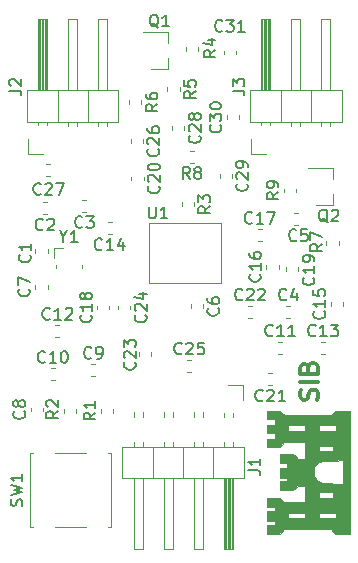
<source format=gbr>
G04 #@! TF.GenerationSoftware,KiCad,Pcbnew,5.1.5-52549c5~84~ubuntu18.04.1*
G04 #@! TF.CreationDate,2020-01-29T15:34:55-06:00*
G04 #@! TF.ProjectId,aducm_board,61647563-6d5f-4626-9f61-72642e6b6963,rev?*
G04 #@! TF.SameCoordinates,Original*
G04 #@! TF.FileFunction,Legend,Top*
G04 #@! TF.FilePolarity,Positive*
%FSLAX46Y46*%
G04 Gerber Fmt 4.6, Leading zero omitted, Abs format (unit mm)*
G04 Created by KiCad (PCBNEW 5.1.5-52549c5~84~ubuntu18.04.1) date 2020-01-29 15:34:55*
%MOMM*%
%LPD*%
G04 APERTURE LIST*
%ADD10C,0.300000*%
%ADD11C,0.010000*%
%ADD12C,0.120000*%
%ADD13C,0.150000*%
G04 APERTURE END LIST*
D10*
X149197142Y-120915714D02*
X149268571Y-120701428D01*
X149268571Y-120344285D01*
X149197142Y-120201428D01*
X149125714Y-120130000D01*
X148982857Y-120058571D01*
X148840000Y-120058571D01*
X148697142Y-120130000D01*
X148625714Y-120201428D01*
X148554285Y-120344285D01*
X148482857Y-120630000D01*
X148411428Y-120772857D01*
X148340000Y-120844285D01*
X148197142Y-120915714D01*
X148054285Y-120915714D01*
X147911428Y-120844285D01*
X147840000Y-120772857D01*
X147768571Y-120630000D01*
X147768571Y-120272857D01*
X147840000Y-120058571D01*
X149268571Y-119415714D02*
X147768571Y-119415714D01*
X148482857Y-118201428D02*
X148554285Y-117987142D01*
X148625714Y-117915714D01*
X148768571Y-117844285D01*
X148982857Y-117844285D01*
X149125714Y-117915714D01*
X149197142Y-117987142D01*
X149268571Y-118130000D01*
X149268571Y-118701428D01*
X147768571Y-118701428D01*
X147768571Y-118201428D01*
X147840000Y-118058571D01*
X147911428Y-117987142D01*
X148054285Y-117915714D01*
X148197142Y-117915714D01*
X148340000Y-117987142D01*
X148411428Y-118058571D01*
X148482857Y-118201428D01*
X148482857Y-118701428D01*
D11*
G36*
X145650857Y-131499429D02*
G01*
X145650857Y-131172857D01*
X144997714Y-131172857D01*
X144997714Y-130374572D01*
X145650857Y-130374572D01*
X145650857Y-130011715D01*
X144997714Y-130011715D01*
X144997714Y-129249715D01*
X146070871Y-129249715D01*
X146249571Y-129431143D01*
X146428272Y-129612572D01*
X148154571Y-129612572D01*
X148154571Y-128233714D01*
X147601997Y-128233714D01*
X147183145Y-128596572D01*
X146086285Y-128596572D01*
X146086285Y-127834572D01*
X146703143Y-127834572D01*
X146703143Y-127508000D01*
X146086285Y-127508000D01*
X146086285Y-126673429D01*
X146703143Y-126673429D01*
X146703143Y-126310572D01*
X146086285Y-126310572D01*
X146086285Y-125476000D01*
X147205006Y-125476000D01*
X147412077Y-125711857D01*
X147619148Y-125947715D01*
X148154571Y-125947715D01*
X148154571Y-124532572D01*
X146739428Y-124532572D01*
X146739428Y-123552857D01*
X148227142Y-123552857D01*
X148227142Y-123081143D01*
X146739428Y-123081143D01*
X146739428Y-123552857D01*
X146739428Y-124532572D01*
X146421672Y-124532572D01*
X146251173Y-124732143D01*
X146080674Y-124931715D01*
X144997714Y-124931715D01*
X144997714Y-124206000D01*
X145650857Y-124206000D01*
X145650857Y-123770572D01*
X144997714Y-123770572D01*
X144997714Y-123044857D01*
X145650857Y-123044857D01*
X145650857Y-122573143D01*
X144997714Y-122573143D01*
X144997714Y-121883715D01*
X146058288Y-121883715D01*
X146267714Y-122065143D01*
X146477140Y-122246572D01*
X150423203Y-122246572D01*
X150582452Y-122047000D01*
X150741701Y-121847429D01*
X151964571Y-121847429D01*
X151964571Y-132297715D01*
X151420285Y-132297715D01*
X151420285Y-128019728D01*
X151420285Y-126051824D01*
X150558500Y-126063269D01*
X149696714Y-126074715D01*
X149421730Y-126206039D01*
X149388285Y-126223036D01*
X149388285Y-125294572D01*
X150549428Y-125294572D01*
X150549428Y-124822857D01*
X149388285Y-124822857D01*
X149388285Y-123552857D01*
X150839714Y-123552857D01*
X150839714Y-123081143D01*
X149388285Y-123081143D01*
X149388285Y-123552857D01*
X149388285Y-124822857D01*
X149388285Y-125294572D01*
X149388285Y-126223036D01*
X149276049Y-126280076D01*
X149178038Y-126344802D01*
X149107516Y-126416649D01*
X149044299Y-126512047D01*
X149042878Y-126514467D01*
X148985487Y-126626132D01*
X148950496Y-126737774D01*
X148930855Y-126877255D01*
X148923489Y-126986198D01*
X148917874Y-127139794D01*
X148923392Y-127245542D01*
X148944241Y-127327836D01*
X148984622Y-127411068D01*
X149001774Y-127440893D01*
X149126690Y-127620053D01*
X149274108Y-127757255D01*
X149466653Y-127872552D01*
X149515285Y-127896020D01*
X149586251Y-127928442D01*
X149649908Y-127953261D01*
X149717215Y-127971639D01*
X149799132Y-127984742D01*
X149906616Y-127993735D01*
X150050626Y-127999780D01*
X150242121Y-128004044D01*
X150492060Y-128007690D01*
X150576642Y-128008793D01*
X151420285Y-128019728D01*
X151420285Y-132297715D01*
X150772126Y-132297715D01*
X150582764Y-132080000D01*
X150393402Y-131862286D01*
X149388285Y-131862286D01*
X149388285Y-130955143D01*
X150839714Y-130955143D01*
X150839714Y-130483429D01*
X149388285Y-130483429D01*
X149388285Y-129213429D01*
X150549428Y-129213429D01*
X150549428Y-128741714D01*
X149388285Y-128741714D01*
X149388285Y-129213429D01*
X149388285Y-130483429D01*
X149388285Y-130955143D01*
X149388285Y-131862286D01*
X146739428Y-131862286D01*
X146739428Y-130955143D01*
X148227142Y-130955143D01*
X148227142Y-130483429D01*
X146739428Y-130483429D01*
X146739428Y-130955143D01*
X146739428Y-131862286D01*
X146456323Y-131862286D01*
X146079105Y-132297714D01*
X145538409Y-132297714D01*
X144997714Y-132297715D01*
X144997714Y-131499429D01*
X145650857Y-131499429D01*
G37*
X145650857Y-131499429D02*
X145650857Y-131172857D01*
X144997714Y-131172857D01*
X144997714Y-130374572D01*
X145650857Y-130374572D01*
X145650857Y-130011715D01*
X144997714Y-130011715D01*
X144997714Y-129249715D01*
X146070871Y-129249715D01*
X146249571Y-129431143D01*
X146428272Y-129612572D01*
X148154571Y-129612572D01*
X148154571Y-128233714D01*
X147601997Y-128233714D01*
X147183145Y-128596572D01*
X146086285Y-128596572D01*
X146086285Y-127834572D01*
X146703143Y-127834572D01*
X146703143Y-127508000D01*
X146086285Y-127508000D01*
X146086285Y-126673429D01*
X146703143Y-126673429D01*
X146703143Y-126310572D01*
X146086285Y-126310572D01*
X146086285Y-125476000D01*
X147205006Y-125476000D01*
X147412077Y-125711857D01*
X147619148Y-125947715D01*
X148154571Y-125947715D01*
X148154571Y-124532572D01*
X146739428Y-124532572D01*
X146739428Y-123552857D01*
X148227142Y-123552857D01*
X148227142Y-123081143D01*
X146739428Y-123081143D01*
X146739428Y-123552857D01*
X146739428Y-124532572D01*
X146421672Y-124532572D01*
X146251173Y-124732143D01*
X146080674Y-124931715D01*
X144997714Y-124931715D01*
X144997714Y-124206000D01*
X145650857Y-124206000D01*
X145650857Y-123770572D01*
X144997714Y-123770572D01*
X144997714Y-123044857D01*
X145650857Y-123044857D01*
X145650857Y-122573143D01*
X144997714Y-122573143D01*
X144997714Y-121883715D01*
X146058288Y-121883715D01*
X146267714Y-122065143D01*
X146477140Y-122246572D01*
X150423203Y-122246572D01*
X150582452Y-122047000D01*
X150741701Y-121847429D01*
X151964571Y-121847429D01*
X151964571Y-132297715D01*
X151420285Y-132297715D01*
X151420285Y-128019728D01*
X151420285Y-126051824D01*
X150558500Y-126063269D01*
X149696714Y-126074715D01*
X149421730Y-126206039D01*
X149388285Y-126223036D01*
X149388285Y-125294572D01*
X150549428Y-125294572D01*
X150549428Y-124822857D01*
X149388285Y-124822857D01*
X149388285Y-123552857D01*
X150839714Y-123552857D01*
X150839714Y-123081143D01*
X149388285Y-123081143D01*
X149388285Y-123552857D01*
X149388285Y-124822857D01*
X149388285Y-125294572D01*
X149388285Y-126223036D01*
X149276049Y-126280076D01*
X149178038Y-126344802D01*
X149107516Y-126416649D01*
X149044299Y-126512047D01*
X149042878Y-126514467D01*
X148985487Y-126626132D01*
X148950496Y-126737774D01*
X148930855Y-126877255D01*
X148923489Y-126986198D01*
X148917874Y-127139794D01*
X148923392Y-127245542D01*
X148944241Y-127327836D01*
X148984622Y-127411068D01*
X149001774Y-127440893D01*
X149126690Y-127620053D01*
X149274108Y-127757255D01*
X149466653Y-127872552D01*
X149515285Y-127896020D01*
X149586251Y-127928442D01*
X149649908Y-127953261D01*
X149717215Y-127971639D01*
X149799132Y-127984742D01*
X149906616Y-127993735D01*
X150050626Y-127999780D01*
X150242121Y-128004044D01*
X150492060Y-128007690D01*
X150576642Y-128008793D01*
X151420285Y-128019728D01*
X151420285Y-132297715D01*
X150772126Y-132297715D01*
X150582764Y-132080000D01*
X150393402Y-131862286D01*
X149388285Y-131862286D01*
X149388285Y-130955143D01*
X150839714Y-130955143D01*
X150839714Y-130483429D01*
X149388285Y-130483429D01*
X149388285Y-129213429D01*
X150549428Y-129213429D01*
X150549428Y-128741714D01*
X149388285Y-128741714D01*
X149388285Y-129213429D01*
X149388285Y-130483429D01*
X149388285Y-130955143D01*
X149388285Y-131862286D01*
X146739428Y-131862286D01*
X146739428Y-130955143D01*
X148227142Y-130955143D01*
X148227142Y-130483429D01*
X146739428Y-130483429D01*
X146739428Y-130955143D01*
X146739428Y-131862286D01*
X146456323Y-131862286D01*
X146079105Y-132297714D01*
X145538409Y-132297714D01*
X144997714Y-132297715D01*
X144997714Y-131499429D01*
X145650857Y-131499429D01*
D12*
X127719200Y-108086400D02*
X126929200Y-108086400D01*
X129329200Y-109516400D02*
X129329200Y-109736400D01*
X127109200Y-109516400D02*
X127109200Y-109736400D01*
X126929200Y-108876400D02*
X126929200Y-108086400D01*
X135026400Y-110998000D02*
X135026400Y-105918000D01*
X141122400Y-110998000D02*
X135026400Y-110998000D01*
X141122400Y-105918000D02*
X141122400Y-110998000D01*
X135026400Y-105918000D02*
X141122400Y-105918000D01*
X127020800Y-125424800D02*
X129620800Y-125424800D01*
X131770800Y-131724800D02*
X131520800Y-131724800D01*
X131770800Y-125424800D02*
X131770800Y-131724800D01*
X131520800Y-125424800D02*
X131770800Y-125424800D01*
X129620800Y-131724800D02*
X127020800Y-131724800D01*
X124870800Y-125424800D02*
X125120800Y-125424800D01*
X124870800Y-131724800D02*
X124870800Y-125424800D01*
X125120800Y-131724800D02*
X124870800Y-131724800D01*
X147423600Y-103362879D02*
X147423600Y-103037321D01*
X146403600Y-103362879D02*
X146403600Y-103037321D01*
X138770479Y-99820000D02*
X138444921Y-99820000D01*
X138770479Y-100840000D02*
X138444921Y-100840000D01*
X150010400Y-107457121D02*
X150010400Y-107782679D01*
X151030400Y-107457121D02*
X151030400Y-107782679D01*
X133297200Y-95544421D02*
X133297200Y-95869979D01*
X134317200Y-95544421D02*
X134317200Y-95869979D01*
X136548400Y-94452121D02*
X136548400Y-94777679D01*
X137568400Y-94452121D02*
X137568400Y-94777679D01*
X138123200Y-91074021D02*
X138123200Y-91399579D01*
X139143200Y-91074021D02*
X139143200Y-91399579D01*
X137767600Y-104205721D02*
X137767600Y-104531279D01*
X138787600Y-104205721D02*
X138787600Y-104531279D01*
X128830800Y-122006679D02*
X128830800Y-121681121D01*
X127810800Y-122006679D02*
X127810800Y-121681121D01*
X131929600Y-122006679D02*
X131929600Y-121681121D01*
X130909600Y-122006679D02*
X130909600Y-121681121D01*
X150569200Y-104450000D02*
X149109200Y-104450000D01*
X150569200Y-101290000D02*
X148409200Y-101290000D01*
X150569200Y-101290000D02*
X150569200Y-102220000D01*
X150569200Y-104450000D02*
X150569200Y-103520000D01*
X136634000Y-92933600D02*
X135174000Y-92933600D01*
X136634000Y-89773600D02*
X134474000Y-89773600D01*
X136634000Y-89773600D02*
X136634000Y-90703600D01*
X136634000Y-92933600D02*
X136634000Y-92003600D01*
X143611600Y-100076000D02*
X143611600Y-98806000D01*
X144881600Y-100076000D02*
X143611600Y-100076000D01*
X150341600Y-97763071D02*
X150341600Y-97366000D01*
X149581600Y-97763071D02*
X149581600Y-97366000D01*
X150341600Y-88706000D02*
X150341600Y-94706000D01*
X149581600Y-88706000D02*
X150341600Y-88706000D01*
X149581600Y-94706000D02*
X149581600Y-88706000D01*
X148691600Y-97366000D02*
X148691600Y-94706000D01*
X147801600Y-97763071D02*
X147801600Y-97366000D01*
X147041600Y-97763071D02*
X147041600Y-97366000D01*
X147801600Y-88706000D02*
X147801600Y-94706000D01*
X147041600Y-88706000D02*
X147801600Y-88706000D01*
X147041600Y-94706000D02*
X147041600Y-88706000D01*
X146151600Y-97366000D02*
X146151600Y-94706000D01*
X145261600Y-97696000D02*
X145261600Y-97366000D01*
X144501600Y-97696000D02*
X144501600Y-97366000D01*
X145161600Y-94706000D02*
X145161600Y-88706000D01*
X145041600Y-94706000D02*
X145041600Y-88706000D01*
X144921600Y-94706000D02*
X144921600Y-88706000D01*
X144801600Y-94706000D02*
X144801600Y-88706000D01*
X144681600Y-94706000D02*
X144681600Y-88706000D01*
X144561600Y-94706000D02*
X144561600Y-88706000D01*
X145261600Y-88706000D02*
X145261600Y-94706000D01*
X144501600Y-88706000D02*
X145261600Y-88706000D01*
X144501600Y-94706000D02*
X144501600Y-88706000D01*
X143551600Y-94706000D02*
X143551600Y-97366000D01*
X151291600Y-94706000D02*
X143551600Y-94706000D01*
X151291600Y-97366000D02*
X151291600Y-94706000D01*
X143551600Y-97366000D02*
X151291600Y-97366000D01*
X124714000Y-100076000D02*
X124714000Y-98806000D01*
X125984000Y-100076000D02*
X124714000Y-100076000D01*
X131444000Y-97763071D02*
X131444000Y-97366000D01*
X130684000Y-97763071D02*
X130684000Y-97366000D01*
X131444000Y-88706000D02*
X131444000Y-94706000D01*
X130684000Y-88706000D02*
X131444000Y-88706000D01*
X130684000Y-94706000D02*
X130684000Y-88706000D01*
X129794000Y-97366000D02*
X129794000Y-94706000D01*
X128904000Y-97763071D02*
X128904000Y-97366000D01*
X128144000Y-97763071D02*
X128144000Y-97366000D01*
X128904000Y-88706000D02*
X128904000Y-94706000D01*
X128144000Y-88706000D02*
X128904000Y-88706000D01*
X128144000Y-94706000D02*
X128144000Y-88706000D01*
X127254000Y-97366000D02*
X127254000Y-94706000D01*
X126364000Y-97696000D02*
X126364000Y-97366000D01*
X125604000Y-97696000D02*
X125604000Y-97366000D01*
X126264000Y-94706000D02*
X126264000Y-88706000D01*
X126144000Y-94706000D02*
X126144000Y-88706000D01*
X126024000Y-94706000D02*
X126024000Y-88706000D01*
X125904000Y-94706000D02*
X125904000Y-88706000D01*
X125784000Y-94706000D02*
X125784000Y-88706000D01*
X125664000Y-94706000D02*
X125664000Y-88706000D01*
X126364000Y-88706000D02*
X126364000Y-94706000D01*
X125604000Y-88706000D02*
X126364000Y-88706000D01*
X125604000Y-94706000D02*
X125604000Y-88706000D01*
X124654000Y-94706000D02*
X124654000Y-97366000D01*
X132394000Y-94706000D02*
X124654000Y-94706000D01*
X132394000Y-97366000D02*
X132394000Y-94706000D01*
X124654000Y-97366000D02*
X132394000Y-97366000D01*
X142951200Y-119634000D02*
X142951200Y-120904000D01*
X141681200Y-119634000D02*
X142951200Y-119634000D01*
X133681200Y-121946929D02*
X133681200Y-122401071D01*
X134441200Y-121946929D02*
X134441200Y-122401071D01*
X133681200Y-124486929D02*
X133681200Y-124884000D01*
X134441200Y-124486929D02*
X134441200Y-124884000D01*
X133681200Y-133544000D02*
X133681200Y-127544000D01*
X134441200Y-133544000D02*
X133681200Y-133544000D01*
X134441200Y-127544000D02*
X134441200Y-133544000D01*
X135331200Y-124884000D02*
X135331200Y-127544000D01*
X136221200Y-121946929D02*
X136221200Y-122401071D01*
X136981200Y-121946929D02*
X136981200Y-122401071D01*
X136221200Y-124486929D02*
X136221200Y-124884000D01*
X136981200Y-124486929D02*
X136981200Y-124884000D01*
X136221200Y-133544000D02*
X136221200Y-127544000D01*
X136981200Y-133544000D02*
X136221200Y-133544000D01*
X136981200Y-127544000D02*
X136981200Y-133544000D01*
X137871200Y-124884000D02*
X137871200Y-127544000D01*
X138761200Y-121946929D02*
X138761200Y-122401071D01*
X139521200Y-121946929D02*
X139521200Y-122401071D01*
X138761200Y-124486929D02*
X138761200Y-124884000D01*
X139521200Y-124486929D02*
X139521200Y-124884000D01*
X138761200Y-133544000D02*
X138761200Y-127544000D01*
X139521200Y-133544000D02*
X138761200Y-133544000D01*
X139521200Y-127544000D02*
X139521200Y-133544000D01*
X140411200Y-124884000D02*
X140411200Y-127544000D01*
X141301200Y-122014000D02*
X141301200Y-122401071D01*
X142061200Y-122014000D02*
X142061200Y-122401071D01*
X141301200Y-124486929D02*
X141301200Y-124884000D01*
X142061200Y-124486929D02*
X142061200Y-124884000D01*
X141401200Y-127544000D02*
X141401200Y-133544000D01*
X141521200Y-127544000D02*
X141521200Y-133544000D01*
X141641200Y-127544000D02*
X141641200Y-133544000D01*
X141761200Y-127544000D02*
X141761200Y-133544000D01*
X141881200Y-127544000D02*
X141881200Y-133544000D01*
X142001200Y-127544000D02*
X142001200Y-133544000D01*
X141301200Y-133544000D02*
X141301200Y-127544000D01*
X142061200Y-133544000D02*
X141301200Y-133544000D01*
X142061200Y-127544000D02*
X142061200Y-133544000D01*
X143011200Y-127544000D02*
X143011200Y-124884000D01*
X132731200Y-127544000D02*
X143011200Y-127544000D01*
X132731200Y-124884000D02*
X132731200Y-127544000D01*
X143011200Y-124884000D02*
X132731200Y-124884000D01*
X141323600Y-91353321D02*
X141323600Y-91678879D01*
X142343600Y-91353321D02*
X142343600Y-91678879D01*
X142597600Y-97165279D02*
X142597600Y-96839721D01*
X141577600Y-97165279D02*
X141577600Y-96839721D01*
X140968000Y-101818121D02*
X140968000Y-102143679D01*
X141988000Y-101818121D02*
X141988000Y-102143679D01*
X136954800Y-97754321D02*
X136954800Y-98079879D01*
X137974800Y-97754321D02*
X137974800Y-98079879D01*
X126303721Y-102008400D02*
X126629279Y-102008400D01*
X126303721Y-100988400D02*
X126629279Y-100988400D01*
X133449600Y-98871921D02*
X133449600Y-99197479D01*
X134469600Y-98871921D02*
X134469600Y-99197479D01*
X138241921Y-118569200D02*
X138567479Y-118569200D01*
X138241921Y-117549200D02*
X138567479Y-117549200D01*
X132382800Y-112943321D02*
X132382800Y-113268879D01*
X133402800Y-112943321D02*
X133402800Y-113268879D01*
X134110000Y-116905921D02*
X134110000Y-117231479D01*
X135130000Y-116905921D02*
X135130000Y-117231479D01*
X143372521Y-113997200D02*
X143698079Y-113997200D01*
X143372521Y-112977200D02*
X143698079Y-112977200D01*
X145425479Y-118666800D02*
X145099921Y-118666800D01*
X145425479Y-119686800D02*
X145099921Y-119686800D01*
X133500400Y-102021321D02*
X133500400Y-102346879D01*
X134520400Y-102021321D02*
X134520400Y-102346879D01*
X147576000Y-110017679D02*
X147576000Y-109692121D01*
X146556000Y-110017679D02*
X146556000Y-109692121D01*
X131624800Y-113269079D02*
X131624800Y-112943521D01*
X130604800Y-113269079D02*
X130604800Y-112943521D01*
X144185321Y-107494800D02*
X144510879Y-107494800D01*
X144185321Y-106474800D02*
X144510879Y-106474800D01*
X145950400Y-109814679D02*
X145950400Y-109489121D01*
X144930400Y-109814679D02*
X144930400Y-109489121D01*
X151386000Y-112964279D02*
X151386000Y-112638721D01*
X150366000Y-112964279D02*
X150366000Y-112638721D01*
X131811079Y-105865200D02*
X131485521Y-105865200D01*
X131811079Y-106885200D02*
X131485521Y-106885200D01*
X149570121Y-117045200D02*
X149895679Y-117045200D01*
X149570121Y-116025200D02*
X149895679Y-116025200D01*
X127065721Y-115622800D02*
X127391279Y-115622800D01*
X127065721Y-114602800D02*
X127391279Y-114602800D01*
X145938021Y-117045200D02*
X146263579Y-117045200D01*
X145938021Y-116025200D02*
X146263579Y-116025200D01*
X126659321Y-119280400D02*
X126984879Y-119280400D01*
X126659321Y-118260400D02*
X126984879Y-118260400D01*
X130113721Y-118924800D02*
X130439279Y-118924800D01*
X130113721Y-117904800D02*
X130439279Y-117904800D01*
X125986000Y-121905079D02*
X125986000Y-121579521D01*
X124966000Y-121905079D02*
X124966000Y-121579521D01*
X126392400Y-111541879D02*
X126392400Y-111216321D01*
X125372400Y-111541879D02*
X125372400Y-111216321D01*
X138529600Y-112841921D02*
X138529600Y-113167479D01*
X139549600Y-112841921D02*
X139549600Y-113167479D01*
X147284121Y-106123200D02*
X147609679Y-106123200D01*
X147284121Y-105103200D02*
X147609679Y-105103200D01*
X146623721Y-113997200D02*
X146949279Y-113997200D01*
X146623721Y-112977200D02*
X146949279Y-112977200D01*
X129677279Y-103985600D02*
X129351721Y-103985600D01*
X129677279Y-105005600D02*
X129351721Y-105005600D01*
X126324479Y-104188800D02*
X125998921Y-104188800D01*
X126324479Y-105208800D02*
X125998921Y-105208800D01*
X125372400Y-108168321D02*
X125372400Y-108493879D01*
X126392400Y-108168321D02*
X126392400Y-108493879D01*
D13*
X127743009Y-107102590D02*
X127743009Y-107578780D01*
X127409676Y-106578780D02*
X127743009Y-107102590D01*
X128076342Y-106578780D01*
X128933485Y-107578780D02*
X128362057Y-107578780D01*
X128647771Y-107578780D02*
X128647771Y-106578780D01*
X128552533Y-106721638D01*
X128457295Y-106816876D01*
X128362057Y-106864495D01*
X134975695Y-104557580D02*
X134975695Y-105367104D01*
X135023314Y-105462342D01*
X135070933Y-105509961D01*
X135166171Y-105557580D01*
X135356647Y-105557580D01*
X135451885Y-105509961D01*
X135499504Y-105462342D01*
X135547123Y-105367104D01*
X135547123Y-104557580D01*
X136547123Y-105557580D02*
X135975695Y-105557580D01*
X136261409Y-105557580D02*
X136261409Y-104557580D01*
X136166171Y-104700438D01*
X136070933Y-104795676D01*
X135975695Y-104843295D01*
X124225561Y-129908133D02*
X124273180Y-129765276D01*
X124273180Y-129527180D01*
X124225561Y-129431942D01*
X124177942Y-129384323D01*
X124082704Y-129336704D01*
X123987466Y-129336704D01*
X123892228Y-129384323D01*
X123844609Y-129431942D01*
X123796990Y-129527180D01*
X123749371Y-129717657D01*
X123701752Y-129812895D01*
X123654133Y-129860514D01*
X123558895Y-129908133D01*
X123463657Y-129908133D01*
X123368419Y-129860514D01*
X123320800Y-129812895D01*
X123273180Y-129717657D01*
X123273180Y-129479561D01*
X123320800Y-129336704D01*
X123273180Y-129003371D02*
X124273180Y-128765276D01*
X123558895Y-128574800D01*
X124273180Y-128384323D01*
X123273180Y-128146228D01*
X124273180Y-127241466D02*
X124273180Y-127812895D01*
X124273180Y-127527180D02*
X123273180Y-127527180D01*
X123416038Y-127622419D01*
X123511276Y-127717657D01*
X123558895Y-127812895D01*
X145935980Y-103366766D02*
X145459790Y-103700100D01*
X145935980Y-103938195D02*
X144935980Y-103938195D01*
X144935980Y-103557242D01*
X144983600Y-103462004D01*
X145031219Y-103414385D01*
X145126457Y-103366766D01*
X145269314Y-103366766D01*
X145364552Y-103414385D01*
X145412171Y-103462004D01*
X145459790Y-103557242D01*
X145459790Y-103938195D01*
X145935980Y-102890576D02*
X145935980Y-102700100D01*
X145888361Y-102604861D01*
X145840742Y-102557242D01*
X145697885Y-102462004D01*
X145507409Y-102414385D01*
X145126457Y-102414385D01*
X145031219Y-102462004D01*
X144983600Y-102509623D01*
X144935980Y-102604861D01*
X144935980Y-102795338D01*
X144983600Y-102890576D01*
X145031219Y-102938195D01*
X145126457Y-102985814D01*
X145364552Y-102985814D01*
X145459790Y-102938195D01*
X145507409Y-102890576D01*
X145555028Y-102795338D01*
X145555028Y-102604861D01*
X145507409Y-102509623D01*
X145459790Y-102462004D01*
X145364552Y-102414385D01*
X138441033Y-102212380D02*
X138107700Y-101736190D01*
X137869604Y-102212380D02*
X137869604Y-101212380D01*
X138250557Y-101212380D01*
X138345795Y-101260000D01*
X138393414Y-101307619D01*
X138441033Y-101402857D01*
X138441033Y-101545714D01*
X138393414Y-101640952D01*
X138345795Y-101688571D01*
X138250557Y-101736190D01*
X137869604Y-101736190D01*
X139012461Y-101640952D02*
X138917223Y-101593333D01*
X138869604Y-101545714D01*
X138821985Y-101450476D01*
X138821985Y-101402857D01*
X138869604Y-101307619D01*
X138917223Y-101260000D01*
X139012461Y-101212380D01*
X139202938Y-101212380D01*
X139298176Y-101260000D01*
X139345795Y-101307619D01*
X139393414Y-101402857D01*
X139393414Y-101450476D01*
X139345795Y-101545714D01*
X139298176Y-101593333D01*
X139202938Y-101640952D01*
X139012461Y-101640952D01*
X138917223Y-101688571D01*
X138869604Y-101736190D01*
X138821985Y-101831428D01*
X138821985Y-102021904D01*
X138869604Y-102117142D01*
X138917223Y-102164761D01*
X139012461Y-102212380D01*
X139202938Y-102212380D01*
X139298176Y-102164761D01*
X139345795Y-102117142D01*
X139393414Y-102021904D01*
X139393414Y-101831428D01*
X139345795Y-101736190D01*
X139298176Y-101688571D01*
X139202938Y-101640952D01*
X149651980Y-107710266D02*
X149175790Y-108043600D01*
X149651980Y-108281695D02*
X148651980Y-108281695D01*
X148651980Y-107900742D01*
X148699600Y-107805504D01*
X148747219Y-107757885D01*
X148842457Y-107710266D01*
X148985314Y-107710266D01*
X149080552Y-107757885D01*
X149128171Y-107805504D01*
X149175790Y-107900742D01*
X149175790Y-108281695D01*
X148651980Y-107376933D02*
X148651980Y-106710266D01*
X149651980Y-107138838D01*
X135689580Y-95873866D02*
X135213390Y-96207200D01*
X135689580Y-96445295D02*
X134689580Y-96445295D01*
X134689580Y-96064342D01*
X134737200Y-95969104D01*
X134784819Y-95921485D01*
X134880057Y-95873866D01*
X135022914Y-95873866D01*
X135118152Y-95921485D01*
X135165771Y-95969104D01*
X135213390Y-96064342D01*
X135213390Y-96445295D01*
X134689580Y-95016723D02*
X134689580Y-95207200D01*
X134737200Y-95302438D01*
X134784819Y-95350057D01*
X134927676Y-95445295D01*
X135118152Y-95492914D01*
X135499104Y-95492914D01*
X135594342Y-95445295D01*
X135641961Y-95397676D01*
X135689580Y-95302438D01*
X135689580Y-95111961D01*
X135641961Y-95016723D01*
X135594342Y-94969104D01*
X135499104Y-94921485D01*
X135261009Y-94921485D01*
X135165771Y-94969104D01*
X135118152Y-95016723D01*
X135070533Y-95111961D01*
X135070533Y-95302438D01*
X135118152Y-95397676D01*
X135165771Y-95445295D01*
X135261009Y-95492914D01*
X138940780Y-94781566D02*
X138464590Y-95114900D01*
X138940780Y-95352995D02*
X137940780Y-95352995D01*
X137940780Y-94972042D01*
X137988400Y-94876804D01*
X138036019Y-94829185D01*
X138131257Y-94781566D01*
X138274114Y-94781566D01*
X138369352Y-94829185D01*
X138416971Y-94876804D01*
X138464590Y-94972042D01*
X138464590Y-95352995D01*
X137940780Y-93876804D02*
X137940780Y-94352995D01*
X138416971Y-94400614D01*
X138369352Y-94352995D01*
X138321733Y-94257757D01*
X138321733Y-94019661D01*
X138369352Y-93924423D01*
X138416971Y-93876804D01*
X138512209Y-93829185D01*
X138750304Y-93829185D01*
X138845542Y-93876804D01*
X138893161Y-93924423D01*
X138940780Y-94019661D01*
X138940780Y-94257757D01*
X138893161Y-94352995D01*
X138845542Y-94400614D01*
X140609580Y-91301866D02*
X140133390Y-91635200D01*
X140609580Y-91873295D02*
X139609580Y-91873295D01*
X139609580Y-91492342D01*
X139657200Y-91397104D01*
X139704819Y-91349485D01*
X139800057Y-91301866D01*
X139942914Y-91301866D01*
X140038152Y-91349485D01*
X140085771Y-91397104D01*
X140133390Y-91492342D01*
X140133390Y-91873295D01*
X139942914Y-90444723D02*
X140609580Y-90444723D01*
X139561961Y-90682819D02*
X140276247Y-90920914D01*
X140276247Y-90301866D01*
X140159980Y-104535166D02*
X139683790Y-104868500D01*
X140159980Y-105106595D02*
X139159980Y-105106595D01*
X139159980Y-104725642D01*
X139207600Y-104630404D01*
X139255219Y-104582785D01*
X139350457Y-104535166D01*
X139493314Y-104535166D01*
X139588552Y-104582785D01*
X139636171Y-104630404D01*
X139683790Y-104725642D01*
X139683790Y-105106595D01*
X139159980Y-104201833D02*
X139159980Y-103582785D01*
X139540933Y-103916119D01*
X139540933Y-103773261D01*
X139588552Y-103678023D01*
X139636171Y-103630404D01*
X139731409Y-103582785D01*
X139969504Y-103582785D01*
X140064742Y-103630404D01*
X140112361Y-103678023D01*
X140159980Y-103773261D01*
X140159980Y-104058976D01*
X140112361Y-104154214D01*
X140064742Y-104201833D01*
X127299980Y-121883666D02*
X126823790Y-122217000D01*
X127299980Y-122455095D02*
X126299980Y-122455095D01*
X126299980Y-122074142D01*
X126347600Y-121978904D01*
X126395219Y-121931285D01*
X126490457Y-121883666D01*
X126633314Y-121883666D01*
X126728552Y-121931285D01*
X126776171Y-121978904D01*
X126823790Y-122074142D01*
X126823790Y-122455095D01*
X126395219Y-121502714D02*
X126347600Y-121455095D01*
X126299980Y-121359857D01*
X126299980Y-121121761D01*
X126347600Y-121026523D01*
X126395219Y-120978904D01*
X126490457Y-120931285D01*
X126585695Y-120931285D01*
X126728552Y-120978904D01*
X127299980Y-121550333D01*
X127299980Y-120931285D01*
X130441980Y-122010566D02*
X129965790Y-122343900D01*
X130441980Y-122581995D02*
X129441980Y-122581995D01*
X129441980Y-122201042D01*
X129489600Y-122105804D01*
X129537219Y-122058185D01*
X129632457Y-122010566D01*
X129775314Y-122010566D01*
X129870552Y-122058185D01*
X129918171Y-122105804D01*
X129965790Y-122201042D01*
X129965790Y-122581995D01*
X130441980Y-121058185D02*
X130441980Y-121629614D01*
X130441980Y-121343900D02*
X129441980Y-121343900D01*
X129584838Y-121439138D01*
X129680076Y-121534376D01*
X129727695Y-121629614D01*
X150120361Y-105906819D02*
X150025123Y-105859200D01*
X149929885Y-105763961D01*
X149787028Y-105621104D01*
X149691790Y-105573485D01*
X149596552Y-105573485D01*
X149644171Y-105811580D02*
X149548933Y-105763961D01*
X149453695Y-105668723D01*
X149406076Y-105478247D01*
X149406076Y-105144914D01*
X149453695Y-104954438D01*
X149548933Y-104859200D01*
X149644171Y-104811580D01*
X149834647Y-104811580D01*
X149929885Y-104859200D01*
X150025123Y-104954438D01*
X150072742Y-105144914D01*
X150072742Y-105478247D01*
X150025123Y-105668723D01*
X149929885Y-105763961D01*
X149834647Y-105811580D01*
X149644171Y-105811580D01*
X150453695Y-104906819D02*
X150501314Y-104859200D01*
X150596552Y-104811580D01*
X150834647Y-104811580D01*
X150929885Y-104859200D01*
X150977504Y-104906819D01*
X151025123Y-105002057D01*
X151025123Y-105097295D01*
X150977504Y-105240152D01*
X150406076Y-105811580D01*
X151025123Y-105811580D01*
X135778761Y-89401219D02*
X135683523Y-89353600D01*
X135588285Y-89258361D01*
X135445428Y-89115504D01*
X135350190Y-89067885D01*
X135254952Y-89067885D01*
X135302571Y-89305980D02*
X135207333Y-89258361D01*
X135112095Y-89163123D01*
X135064476Y-88972647D01*
X135064476Y-88639314D01*
X135112095Y-88448838D01*
X135207333Y-88353600D01*
X135302571Y-88305980D01*
X135493047Y-88305980D01*
X135588285Y-88353600D01*
X135683523Y-88448838D01*
X135731142Y-88639314D01*
X135731142Y-88972647D01*
X135683523Y-89163123D01*
X135588285Y-89258361D01*
X135493047Y-89305980D01*
X135302571Y-89305980D01*
X136683523Y-89305980D02*
X136112095Y-89305980D01*
X136397809Y-89305980D02*
X136397809Y-88305980D01*
X136302571Y-88448838D01*
X136207333Y-88544076D01*
X136112095Y-88591695D01*
X142063980Y-94754333D02*
X142778266Y-94754333D01*
X142921123Y-94801952D01*
X143016361Y-94897190D01*
X143063980Y-95040047D01*
X143063980Y-95135285D01*
X142063980Y-94373380D02*
X142063980Y-93754333D01*
X142444933Y-94087666D01*
X142444933Y-93944809D01*
X142492552Y-93849571D01*
X142540171Y-93801952D01*
X142635409Y-93754333D01*
X142873504Y-93754333D01*
X142968742Y-93801952D01*
X143016361Y-93849571D01*
X143063980Y-93944809D01*
X143063980Y-94230523D01*
X143016361Y-94325761D01*
X142968742Y-94373380D01*
X123166380Y-94754333D02*
X123880666Y-94754333D01*
X124023523Y-94801952D01*
X124118761Y-94897190D01*
X124166380Y-95040047D01*
X124166380Y-95135285D01*
X123261619Y-94325761D02*
X123214000Y-94278142D01*
X123166380Y-94182904D01*
X123166380Y-93944809D01*
X123214000Y-93849571D01*
X123261619Y-93801952D01*
X123356857Y-93754333D01*
X123452095Y-93754333D01*
X123594952Y-93801952D01*
X124166380Y-94373380D01*
X124166380Y-93754333D01*
X143403580Y-126892333D02*
X144117866Y-126892333D01*
X144260723Y-126939952D01*
X144355961Y-127035190D01*
X144403580Y-127178047D01*
X144403580Y-127273285D01*
X144403580Y-125892333D02*
X144403580Y-126463761D01*
X144403580Y-126178047D02*
X143403580Y-126178047D01*
X143546438Y-126273285D01*
X143641676Y-126368523D01*
X143689295Y-126463761D01*
X141190742Y-89663542D02*
X141143123Y-89711161D01*
X141000266Y-89758780D01*
X140905028Y-89758780D01*
X140762171Y-89711161D01*
X140666933Y-89615923D01*
X140619314Y-89520685D01*
X140571695Y-89330209D01*
X140571695Y-89187352D01*
X140619314Y-88996876D01*
X140666933Y-88901638D01*
X140762171Y-88806400D01*
X140905028Y-88758780D01*
X141000266Y-88758780D01*
X141143123Y-88806400D01*
X141190742Y-88854019D01*
X141524076Y-88758780D02*
X142143123Y-88758780D01*
X141809790Y-89139733D01*
X141952647Y-89139733D01*
X142047885Y-89187352D01*
X142095504Y-89234971D01*
X142143123Y-89330209D01*
X142143123Y-89568304D01*
X142095504Y-89663542D01*
X142047885Y-89711161D01*
X141952647Y-89758780D01*
X141666933Y-89758780D01*
X141571695Y-89711161D01*
X141524076Y-89663542D01*
X143095504Y-89758780D02*
X142524076Y-89758780D01*
X142809790Y-89758780D02*
X142809790Y-88758780D01*
X142714552Y-88901638D01*
X142619314Y-88996876D01*
X142524076Y-89044495D01*
X141014742Y-97645357D02*
X141062361Y-97692976D01*
X141109980Y-97835833D01*
X141109980Y-97931071D01*
X141062361Y-98073928D01*
X140967123Y-98169166D01*
X140871885Y-98216785D01*
X140681409Y-98264404D01*
X140538552Y-98264404D01*
X140348076Y-98216785D01*
X140252838Y-98169166D01*
X140157600Y-98073928D01*
X140109980Y-97931071D01*
X140109980Y-97835833D01*
X140157600Y-97692976D01*
X140205219Y-97645357D01*
X140109980Y-97312023D02*
X140109980Y-96692976D01*
X140490933Y-97026309D01*
X140490933Y-96883452D01*
X140538552Y-96788214D01*
X140586171Y-96740595D01*
X140681409Y-96692976D01*
X140919504Y-96692976D01*
X141014742Y-96740595D01*
X141062361Y-96788214D01*
X141109980Y-96883452D01*
X141109980Y-97169166D01*
X141062361Y-97264404D01*
X141014742Y-97312023D01*
X140109980Y-96073928D02*
X140109980Y-95978690D01*
X140157600Y-95883452D01*
X140205219Y-95835833D01*
X140300457Y-95788214D01*
X140490933Y-95740595D01*
X140729028Y-95740595D01*
X140919504Y-95788214D01*
X141014742Y-95835833D01*
X141062361Y-95883452D01*
X141109980Y-95978690D01*
X141109980Y-96073928D01*
X141062361Y-96169166D01*
X141014742Y-96216785D01*
X140919504Y-96264404D01*
X140729028Y-96312023D01*
X140490933Y-96312023D01*
X140300457Y-96264404D01*
X140205219Y-96216785D01*
X140157600Y-96169166D01*
X140109980Y-96073928D01*
X143265142Y-102623757D02*
X143312761Y-102671376D01*
X143360380Y-102814233D01*
X143360380Y-102909471D01*
X143312761Y-103052328D01*
X143217523Y-103147566D01*
X143122285Y-103195185D01*
X142931809Y-103242804D01*
X142788952Y-103242804D01*
X142598476Y-103195185D01*
X142503238Y-103147566D01*
X142408000Y-103052328D01*
X142360380Y-102909471D01*
X142360380Y-102814233D01*
X142408000Y-102671376D01*
X142455619Y-102623757D01*
X142455619Y-102242804D02*
X142408000Y-102195185D01*
X142360380Y-102099947D01*
X142360380Y-101861852D01*
X142408000Y-101766614D01*
X142455619Y-101718995D01*
X142550857Y-101671376D01*
X142646095Y-101671376D01*
X142788952Y-101718995D01*
X143360380Y-102290423D01*
X143360380Y-101671376D01*
X143360380Y-101195185D02*
X143360380Y-101004709D01*
X143312761Y-100909471D01*
X143265142Y-100861852D01*
X143122285Y-100766614D01*
X142931809Y-100718995D01*
X142550857Y-100718995D01*
X142455619Y-100766614D01*
X142408000Y-100814233D01*
X142360380Y-100909471D01*
X142360380Y-101099947D01*
X142408000Y-101195185D01*
X142455619Y-101242804D01*
X142550857Y-101290423D01*
X142788952Y-101290423D01*
X142884190Y-101242804D01*
X142931809Y-101195185D01*
X142979428Y-101099947D01*
X142979428Y-100909471D01*
X142931809Y-100814233D01*
X142884190Y-100766614D01*
X142788952Y-100718995D01*
X139251942Y-98559957D02*
X139299561Y-98607576D01*
X139347180Y-98750433D01*
X139347180Y-98845671D01*
X139299561Y-98988528D01*
X139204323Y-99083766D01*
X139109085Y-99131385D01*
X138918609Y-99179004D01*
X138775752Y-99179004D01*
X138585276Y-99131385D01*
X138490038Y-99083766D01*
X138394800Y-98988528D01*
X138347180Y-98845671D01*
X138347180Y-98750433D01*
X138394800Y-98607576D01*
X138442419Y-98559957D01*
X138442419Y-98179004D02*
X138394800Y-98131385D01*
X138347180Y-98036147D01*
X138347180Y-97798052D01*
X138394800Y-97702814D01*
X138442419Y-97655195D01*
X138537657Y-97607576D01*
X138632895Y-97607576D01*
X138775752Y-97655195D01*
X139347180Y-98226623D01*
X139347180Y-97607576D01*
X138775752Y-97036147D02*
X138728133Y-97131385D01*
X138680514Y-97179004D01*
X138585276Y-97226623D01*
X138537657Y-97226623D01*
X138442419Y-97179004D01*
X138394800Y-97131385D01*
X138347180Y-97036147D01*
X138347180Y-96845671D01*
X138394800Y-96750433D01*
X138442419Y-96702814D01*
X138537657Y-96655195D01*
X138585276Y-96655195D01*
X138680514Y-96702814D01*
X138728133Y-96750433D01*
X138775752Y-96845671D01*
X138775752Y-97036147D01*
X138823371Y-97131385D01*
X138870990Y-97179004D01*
X138966228Y-97226623D01*
X139156704Y-97226623D01*
X139251942Y-97179004D01*
X139299561Y-97131385D01*
X139347180Y-97036147D01*
X139347180Y-96845671D01*
X139299561Y-96750433D01*
X139251942Y-96702814D01*
X139156704Y-96655195D01*
X138966228Y-96655195D01*
X138870990Y-96702814D01*
X138823371Y-96750433D01*
X138775752Y-96845671D01*
X125823642Y-103481142D02*
X125776023Y-103528761D01*
X125633166Y-103576380D01*
X125537928Y-103576380D01*
X125395071Y-103528761D01*
X125299833Y-103433523D01*
X125252214Y-103338285D01*
X125204595Y-103147809D01*
X125204595Y-103004952D01*
X125252214Y-102814476D01*
X125299833Y-102719238D01*
X125395071Y-102624000D01*
X125537928Y-102576380D01*
X125633166Y-102576380D01*
X125776023Y-102624000D01*
X125823642Y-102671619D01*
X126204595Y-102671619D02*
X126252214Y-102624000D01*
X126347452Y-102576380D01*
X126585547Y-102576380D01*
X126680785Y-102624000D01*
X126728404Y-102671619D01*
X126776023Y-102766857D01*
X126776023Y-102862095D01*
X126728404Y-103004952D01*
X126156976Y-103576380D01*
X126776023Y-103576380D01*
X127109357Y-102576380D02*
X127776023Y-102576380D01*
X127347452Y-103576380D01*
X135746742Y-99677557D02*
X135794361Y-99725176D01*
X135841980Y-99868033D01*
X135841980Y-99963271D01*
X135794361Y-100106128D01*
X135699123Y-100201366D01*
X135603885Y-100248985D01*
X135413409Y-100296604D01*
X135270552Y-100296604D01*
X135080076Y-100248985D01*
X134984838Y-100201366D01*
X134889600Y-100106128D01*
X134841980Y-99963271D01*
X134841980Y-99868033D01*
X134889600Y-99725176D01*
X134937219Y-99677557D01*
X134937219Y-99296604D02*
X134889600Y-99248985D01*
X134841980Y-99153747D01*
X134841980Y-98915652D01*
X134889600Y-98820414D01*
X134937219Y-98772795D01*
X135032457Y-98725176D01*
X135127695Y-98725176D01*
X135270552Y-98772795D01*
X135841980Y-99344223D01*
X135841980Y-98725176D01*
X134841980Y-97868033D02*
X134841980Y-98058509D01*
X134889600Y-98153747D01*
X134937219Y-98201366D01*
X135080076Y-98296604D01*
X135270552Y-98344223D01*
X135651504Y-98344223D01*
X135746742Y-98296604D01*
X135794361Y-98248985D01*
X135841980Y-98153747D01*
X135841980Y-97963271D01*
X135794361Y-97868033D01*
X135746742Y-97820414D01*
X135651504Y-97772795D01*
X135413409Y-97772795D01*
X135318171Y-97820414D01*
X135270552Y-97868033D01*
X135222933Y-97963271D01*
X135222933Y-98153747D01*
X135270552Y-98248985D01*
X135318171Y-98296604D01*
X135413409Y-98344223D01*
X137761842Y-116986342D02*
X137714223Y-117033961D01*
X137571366Y-117081580D01*
X137476128Y-117081580D01*
X137333271Y-117033961D01*
X137238033Y-116938723D01*
X137190414Y-116843485D01*
X137142795Y-116653009D01*
X137142795Y-116510152D01*
X137190414Y-116319676D01*
X137238033Y-116224438D01*
X137333271Y-116129200D01*
X137476128Y-116081580D01*
X137571366Y-116081580D01*
X137714223Y-116129200D01*
X137761842Y-116176819D01*
X138142795Y-116176819D02*
X138190414Y-116129200D01*
X138285652Y-116081580D01*
X138523747Y-116081580D01*
X138618985Y-116129200D01*
X138666604Y-116176819D01*
X138714223Y-116272057D01*
X138714223Y-116367295D01*
X138666604Y-116510152D01*
X138095176Y-117081580D01*
X138714223Y-117081580D01*
X139618985Y-116081580D02*
X139142795Y-116081580D01*
X139095176Y-116557771D01*
X139142795Y-116510152D01*
X139238033Y-116462533D01*
X139476128Y-116462533D01*
X139571366Y-116510152D01*
X139618985Y-116557771D01*
X139666604Y-116653009D01*
X139666604Y-116891104D01*
X139618985Y-116986342D01*
X139571366Y-117033961D01*
X139476128Y-117081580D01*
X139238033Y-117081580D01*
X139142795Y-117033961D01*
X139095176Y-116986342D01*
X134679942Y-113748957D02*
X134727561Y-113796576D01*
X134775180Y-113939433D01*
X134775180Y-114034671D01*
X134727561Y-114177528D01*
X134632323Y-114272766D01*
X134537085Y-114320385D01*
X134346609Y-114368004D01*
X134203752Y-114368004D01*
X134013276Y-114320385D01*
X133918038Y-114272766D01*
X133822800Y-114177528D01*
X133775180Y-114034671D01*
X133775180Y-113939433D01*
X133822800Y-113796576D01*
X133870419Y-113748957D01*
X133870419Y-113368004D02*
X133822800Y-113320385D01*
X133775180Y-113225147D01*
X133775180Y-112987052D01*
X133822800Y-112891814D01*
X133870419Y-112844195D01*
X133965657Y-112796576D01*
X134060895Y-112796576D01*
X134203752Y-112844195D01*
X134775180Y-113415623D01*
X134775180Y-112796576D01*
X134108514Y-111939433D02*
X134775180Y-111939433D01*
X133727561Y-112177528D02*
X134441847Y-112415623D01*
X134441847Y-111796576D01*
X133757942Y-117737057D02*
X133805561Y-117784676D01*
X133853180Y-117927533D01*
X133853180Y-118022771D01*
X133805561Y-118165628D01*
X133710323Y-118260866D01*
X133615085Y-118308485D01*
X133424609Y-118356104D01*
X133281752Y-118356104D01*
X133091276Y-118308485D01*
X132996038Y-118260866D01*
X132900800Y-118165628D01*
X132853180Y-118022771D01*
X132853180Y-117927533D01*
X132900800Y-117784676D01*
X132948419Y-117737057D01*
X132948419Y-117356104D02*
X132900800Y-117308485D01*
X132853180Y-117213247D01*
X132853180Y-116975152D01*
X132900800Y-116879914D01*
X132948419Y-116832295D01*
X133043657Y-116784676D01*
X133138895Y-116784676D01*
X133281752Y-116832295D01*
X133853180Y-117403723D01*
X133853180Y-116784676D01*
X132853180Y-116451342D02*
X132853180Y-115832295D01*
X133234133Y-116165628D01*
X133234133Y-116022771D01*
X133281752Y-115927533D01*
X133329371Y-115879914D01*
X133424609Y-115832295D01*
X133662704Y-115832295D01*
X133757942Y-115879914D01*
X133805561Y-115927533D01*
X133853180Y-116022771D01*
X133853180Y-116308485D01*
X133805561Y-116403723D01*
X133757942Y-116451342D01*
X142892442Y-112414342D02*
X142844823Y-112461961D01*
X142701966Y-112509580D01*
X142606728Y-112509580D01*
X142463871Y-112461961D01*
X142368633Y-112366723D01*
X142321014Y-112271485D01*
X142273395Y-112081009D01*
X142273395Y-111938152D01*
X142321014Y-111747676D01*
X142368633Y-111652438D01*
X142463871Y-111557200D01*
X142606728Y-111509580D01*
X142701966Y-111509580D01*
X142844823Y-111557200D01*
X142892442Y-111604819D01*
X143273395Y-111604819D02*
X143321014Y-111557200D01*
X143416252Y-111509580D01*
X143654347Y-111509580D01*
X143749585Y-111557200D01*
X143797204Y-111604819D01*
X143844823Y-111700057D01*
X143844823Y-111795295D01*
X143797204Y-111938152D01*
X143225776Y-112509580D01*
X143844823Y-112509580D01*
X144225776Y-111604819D02*
X144273395Y-111557200D01*
X144368633Y-111509580D01*
X144606728Y-111509580D01*
X144701966Y-111557200D01*
X144749585Y-111604819D01*
X144797204Y-111700057D01*
X144797204Y-111795295D01*
X144749585Y-111938152D01*
X144178157Y-112509580D01*
X144797204Y-112509580D01*
X144619842Y-120963942D02*
X144572223Y-121011561D01*
X144429366Y-121059180D01*
X144334128Y-121059180D01*
X144191271Y-121011561D01*
X144096033Y-120916323D01*
X144048414Y-120821085D01*
X144000795Y-120630609D01*
X144000795Y-120487752D01*
X144048414Y-120297276D01*
X144096033Y-120202038D01*
X144191271Y-120106800D01*
X144334128Y-120059180D01*
X144429366Y-120059180D01*
X144572223Y-120106800D01*
X144619842Y-120154419D01*
X145000795Y-120154419D02*
X145048414Y-120106800D01*
X145143652Y-120059180D01*
X145381747Y-120059180D01*
X145476985Y-120106800D01*
X145524604Y-120154419D01*
X145572223Y-120249657D01*
X145572223Y-120344895D01*
X145524604Y-120487752D01*
X144953176Y-121059180D01*
X145572223Y-121059180D01*
X146524604Y-121059180D02*
X145953176Y-121059180D01*
X146238890Y-121059180D02*
X146238890Y-120059180D01*
X146143652Y-120202038D01*
X146048414Y-120297276D01*
X145953176Y-120344895D01*
X135797542Y-102826957D02*
X135845161Y-102874576D01*
X135892780Y-103017433D01*
X135892780Y-103112671D01*
X135845161Y-103255528D01*
X135749923Y-103350766D01*
X135654685Y-103398385D01*
X135464209Y-103446004D01*
X135321352Y-103446004D01*
X135130876Y-103398385D01*
X135035638Y-103350766D01*
X134940400Y-103255528D01*
X134892780Y-103112671D01*
X134892780Y-103017433D01*
X134940400Y-102874576D01*
X134988019Y-102826957D01*
X134988019Y-102446004D02*
X134940400Y-102398385D01*
X134892780Y-102303147D01*
X134892780Y-102065052D01*
X134940400Y-101969814D01*
X134988019Y-101922195D01*
X135083257Y-101874576D01*
X135178495Y-101874576D01*
X135321352Y-101922195D01*
X135892780Y-102493623D01*
X135892780Y-101874576D01*
X134892780Y-101255528D02*
X134892780Y-101160290D01*
X134940400Y-101065052D01*
X134988019Y-101017433D01*
X135083257Y-100969814D01*
X135273733Y-100922195D01*
X135511828Y-100922195D01*
X135702304Y-100969814D01*
X135797542Y-101017433D01*
X135845161Y-101065052D01*
X135892780Y-101160290D01*
X135892780Y-101255528D01*
X135845161Y-101350766D01*
X135797542Y-101398385D01*
X135702304Y-101446004D01*
X135511828Y-101493623D01*
X135273733Y-101493623D01*
X135083257Y-101446004D01*
X134988019Y-101398385D01*
X134940400Y-101350766D01*
X134892780Y-101255528D01*
X148896342Y-110574057D02*
X148943961Y-110621676D01*
X148991580Y-110764533D01*
X148991580Y-110859771D01*
X148943961Y-111002628D01*
X148848723Y-111097866D01*
X148753485Y-111145485D01*
X148563009Y-111193104D01*
X148420152Y-111193104D01*
X148229676Y-111145485D01*
X148134438Y-111097866D01*
X148039200Y-111002628D01*
X147991580Y-110859771D01*
X147991580Y-110764533D01*
X148039200Y-110621676D01*
X148086819Y-110574057D01*
X148991580Y-109621676D02*
X148991580Y-110193104D01*
X148991580Y-109907390D02*
X147991580Y-109907390D01*
X148134438Y-110002628D01*
X148229676Y-110097866D01*
X148277295Y-110193104D01*
X148991580Y-109145485D02*
X148991580Y-108955009D01*
X148943961Y-108859771D01*
X148896342Y-108812152D01*
X148753485Y-108716914D01*
X148563009Y-108669295D01*
X148182057Y-108669295D01*
X148086819Y-108716914D01*
X148039200Y-108764533D01*
X147991580Y-108859771D01*
X147991580Y-109050247D01*
X148039200Y-109145485D01*
X148086819Y-109193104D01*
X148182057Y-109240723D01*
X148420152Y-109240723D01*
X148515390Y-109193104D01*
X148563009Y-109145485D01*
X148610628Y-109050247D01*
X148610628Y-108859771D01*
X148563009Y-108764533D01*
X148515390Y-108716914D01*
X148420152Y-108669295D01*
X130041942Y-113749157D02*
X130089561Y-113796776D01*
X130137180Y-113939633D01*
X130137180Y-114034871D01*
X130089561Y-114177728D01*
X129994323Y-114272966D01*
X129899085Y-114320585D01*
X129708609Y-114368204D01*
X129565752Y-114368204D01*
X129375276Y-114320585D01*
X129280038Y-114272966D01*
X129184800Y-114177728D01*
X129137180Y-114034871D01*
X129137180Y-113939633D01*
X129184800Y-113796776D01*
X129232419Y-113749157D01*
X130137180Y-112796776D02*
X130137180Y-113368204D01*
X130137180Y-113082490D02*
X129137180Y-113082490D01*
X129280038Y-113177728D01*
X129375276Y-113272966D01*
X129422895Y-113368204D01*
X129565752Y-112225347D02*
X129518133Y-112320585D01*
X129470514Y-112368204D01*
X129375276Y-112415823D01*
X129327657Y-112415823D01*
X129232419Y-112368204D01*
X129184800Y-112320585D01*
X129137180Y-112225347D01*
X129137180Y-112034871D01*
X129184800Y-111939633D01*
X129232419Y-111892014D01*
X129327657Y-111844395D01*
X129375276Y-111844395D01*
X129470514Y-111892014D01*
X129518133Y-111939633D01*
X129565752Y-112034871D01*
X129565752Y-112225347D01*
X129613371Y-112320585D01*
X129660990Y-112368204D01*
X129756228Y-112415823D01*
X129946704Y-112415823D01*
X130041942Y-112368204D01*
X130089561Y-112320585D01*
X130137180Y-112225347D01*
X130137180Y-112034871D01*
X130089561Y-111939633D01*
X130041942Y-111892014D01*
X129946704Y-111844395D01*
X129756228Y-111844395D01*
X129660990Y-111892014D01*
X129613371Y-111939633D01*
X129565752Y-112034871D01*
X143705242Y-105911942D02*
X143657623Y-105959561D01*
X143514766Y-106007180D01*
X143419528Y-106007180D01*
X143276671Y-105959561D01*
X143181433Y-105864323D01*
X143133814Y-105769085D01*
X143086195Y-105578609D01*
X143086195Y-105435752D01*
X143133814Y-105245276D01*
X143181433Y-105150038D01*
X143276671Y-105054800D01*
X143419528Y-105007180D01*
X143514766Y-105007180D01*
X143657623Y-105054800D01*
X143705242Y-105102419D01*
X144657623Y-106007180D02*
X144086195Y-106007180D01*
X144371909Y-106007180D02*
X144371909Y-105007180D01*
X144276671Y-105150038D01*
X144181433Y-105245276D01*
X144086195Y-105292895D01*
X144990957Y-105007180D02*
X145657623Y-105007180D01*
X145229052Y-106007180D01*
X144367542Y-110294757D02*
X144415161Y-110342376D01*
X144462780Y-110485233D01*
X144462780Y-110580471D01*
X144415161Y-110723328D01*
X144319923Y-110818566D01*
X144224685Y-110866185D01*
X144034209Y-110913804D01*
X143891352Y-110913804D01*
X143700876Y-110866185D01*
X143605638Y-110818566D01*
X143510400Y-110723328D01*
X143462780Y-110580471D01*
X143462780Y-110485233D01*
X143510400Y-110342376D01*
X143558019Y-110294757D01*
X144462780Y-109342376D02*
X144462780Y-109913804D01*
X144462780Y-109628090D02*
X143462780Y-109628090D01*
X143605638Y-109723328D01*
X143700876Y-109818566D01*
X143748495Y-109913804D01*
X143462780Y-108485233D02*
X143462780Y-108675709D01*
X143510400Y-108770947D01*
X143558019Y-108818566D01*
X143700876Y-108913804D01*
X143891352Y-108961423D01*
X144272304Y-108961423D01*
X144367542Y-108913804D01*
X144415161Y-108866185D01*
X144462780Y-108770947D01*
X144462780Y-108580471D01*
X144415161Y-108485233D01*
X144367542Y-108437614D01*
X144272304Y-108389995D01*
X144034209Y-108389995D01*
X143938971Y-108437614D01*
X143891352Y-108485233D01*
X143843733Y-108580471D01*
X143843733Y-108770947D01*
X143891352Y-108866185D01*
X143938971Y-108913804D01*
X144034209Y-108961423D01*
X149803142Y-113444357D02*
X149850761Y-113491976D01*
X149898380Y-113634833D01*
X149898380Y-113730071D01*
X149850761Y-113872928D01*
X149755523Y-113968166D01*
X149660285Y-114015785D01*
X149469809Y-114063404D01*
X149326952Y-114063404D01*
X149136476Y-114015785D01*
X149041238Y-113968166D01*
X148946000Y-113872928D01*
X148898380Y-113730071D01*
X148898380Y-113634833D01*
X148946000Y-113491976D01*
X148993619Y-113444357D01*
X149898380Y-112491976D02*
X149898380Y-113063404D01*
X149898380Y-112777690D02*
X148898380Y-112777690D01*
X149041238Y-112872928D01*
X149136476Y-112968166D01*
X149184095Y-113063404D01*
X148898380Y-111587214D02*
X148898380Y-112063404D01*
X149374571Y-112111023D01*
X149326952Y-112063404D01*
X149279333Y-111968166D01*
X149279333Y-111730071D01*
X149326952Y-111634833D01*
X149374571Y-111587214D01*
X149469809Y-111539595D01*
X149707904Y-111539595D01*
X149803142Y-111587214D01*
X149850761Y-111634833D01*
X149898380Y-111730071D01*
X149898380Y-111968166D01*
X149850761Y-112063404D01*
X149803142Y-112111023D01*
X131005442Y-108162342D02*
X130957823Y-108209961D01*
X130814966Y-108257580D01*
X130719728Y-108257580D01*
X130576871Y-108209961D01*
X130481633Y-108114723D01*
X130434014Y-108019485D01*
X130386395Y-107829009D01*
X130386395Y-107686152D01*
X130434014Y-107495676D01*
X130481633Y-107400438D01*
X130576871Y-107305200D01*
X130719728Y-107257580D01*
X130814966Y-107257580D01*
X130957823Y-107305200D01*
X131005442Y-107352819D01*
X131957823Y-108257580D02*
X131386395Y-108257580D01*
X131672109Y-108257580D02*
X131672109Y-107257580D01*
X131576871Y-107400438D01*
X131481633Y-107495676D01*
X131386395Y-107543295D01*
X132814966Y-107590914D02*
X132814966Y-108257580D01*
X132576871Y-107209961D02*
X132338776Y-107924247D01*
X132957823Y-107924247D01*
X149090042Y-115462342D02*
X149042423Y-115509961D01*
X148899566Y-115557580D01*
X148804328Y-115557580D01*
X148661471Y-115509961D01*
X148566233Y-115414723D01*
X148518614Y-115319485D01*
X148470995Y-115129009D01*
X148470995Y-114986152D01*
X148518614Y-114795676D01*
X148566233Y-114700438D01*
X148661471Y-114605200D01*
X148804328Y-114557580D01*
X148899566Y-114557580D01*
X149042423Y-114605200D01*
X149090042Y-114652819D01*
X150042423Y-115557580D02*
X149470995Y-115557580D01*
X149756709Y-115557580D02*
X149756709Y-114557580D01*
X149661471Y-114700438D01*
X149566233Y-114795676D01*
X149470995Y-114843295D01*
X150375757Y-114557580D02*
X150994804Y-114557580D01*
X150661471Y-114938533D01*
X150804328Y-114938533D01*
X150899566Y-114986152D01*
X150947185Y-115033771D01*
X150994804Y-115129009D01*
X150994804Y-115367104D01*
X150947185Y-115462342D01*
X150899566Y-115509961D01*
X150804328Y-115557580D01*
X150518614Y-115557580D01*
X150423376Y-115509961D01*
X150375757Y-115462342D01*
X126585642Y-114039942D02*
X126538023Y-114087561D01*
X126395166Y-114135180D01*
X126299928Y-114135180D01*
X126157071Y-114087561D01*
X126061833Y-113992323D01*
X126014214Y-113897085D01*
X125966595Y-113706609D01*
X125966595Y-113563752D01*
X126014214Y-113373276D01*
X126061833Y-113278038D01*
X126157071Y-113182800D01*
X126299928Y-113135180D01*
X126395166Y-113135180D01*
X126538023Y-113182800D01*
X126585642Y-113230419D01*
X127538023Y-114135180D02*
X126966595Y-114135180D01*
X127252309Y-114135180D02*
X127252309Y-113135180D01*
X127157071Y-113278038D01*
X127061833Y-113373276D01*
X126966595Y-113420895D01*
X127918976Y-113230419D02*
X127966595Y-113182800D01*
X128061833Y-113135180D01*
X128299928Y-113135180D01*
X128395166Y-113182800D01*
X128442785Y-113230419D01*
X128490404Y-113325657D01*
X128490404Y-113420895D01*
X128442785Y-113563752D01*
X127871357Y-114135180D01*
X128490404Y-114135180D01*
X145457942Y-115462342D02*
X145410323Y-115509961D01*
X145267466Y-115557580D01*
X145172228Y-115557580D01*
X145029371Y-115509961D01*
X144934133Y-115414723D01*
X144886514Y-115319485D01*
X144838895Y-115129009D01*
X144838895Y-114986152D01*
X144886514Y-114795676D01*
X144934133Y-114700438D01*
X145029371Y-114605200D01*
X145172228Y-114557580D01*
X145267466Y-114557580D01*
X145410323Y-114605200D01*
X145457942Y-114652819D01*
X146410323Y-115557580D02*
X145838895Y-115557580D01*
X146124609Y-115557580D02*
X146124609Y-114557580D01*
X146029371Y-114700438D01*
X145934133Y-114795676D01*
X145838895Y-114843295D01*
X147362704Y-115557580D02*
X146791276Y-115557580D01*
X147076990Y-115557580D02*
X147076990Y-114557580D01*
X146981752Y-114700438D01*
X146886514Y-114795676D01*
X146791276Y-114843295D01*
X126179242Y-117697542D02*
X126131623Y-117745161D01*
X125988766Y-117792780D01*
X125893528Y-117792780D01*
X125750671Y-117745161D01*
X125655433Y-117649923D01*
X125607814Y-117554685D01*
X125560195Y-117364209D01*
X125560195Y-117221352D01*
X125607814Y-117030876D01*
X125655433Y-116935638D01*
X125750671Y-116840400D01*
X125893528Y-116792780D01*
X125988766Y-116792780D01*
X126131623Y-116840400D01*
X126179242Y-116888019D01*
X127131623Y-117792780D02*
X126560195Y-117792780D01*
X126845909Y-117792780D02*
X126845909Y-116792780D01*
X126750671Y-116935638D01*
X126655433Y-117030876D01*
X126560195Y-117078495D01*
X127750671Y-116792780D02*
X127845909Y-116792780D01*
X127941147Y-116840400D01*
X127988766Y-116888019D01*
X128036385Y-116983257D01*
X128084004Y-117173733D01*
X128084004Y-117411828D01*
X128036385Y-117602304D01*
X127988766Y-117697542D01*
X127941147Y-117745161D01*
X127845909Y-117792780D01*
X127750671Y-117792780D01*
X127655433Y-117745161D01*
X127607814Y-117697542D01*
X127560195Y-117602304D01*
X127512576Y-117411828D01*
X127512576Y-117173733D01*
X127560195Y-116983257D01*
X127607814Y-116888019D01*
X127655433Y-116840400D01*
X127750671Y-116792780D01*
X130109833Y-117341942D02*
X130062214Y-117389561D01*
X129919357Y-117437180D01*
X129824119Y-117437180D01*
X129681261Y-117389561D01*
X129586023Y-117294323D01*
X129538404Y-117199085D01*
X129490785Y-117008609D01*
X129490785Y-116865752D01*
X129538404Y-116675276D01*
X129586023Y-116580038D01*
X129681261Y-116484800D01*
X129824119Y-116437180D01*
X129919357Y-116437180D01*
X130062214Y-116484800D01*
X130109833Y-116532419D01*
X130586023Y-117437180D02*
X130776500Y-117437180D01*
X130871738Y-117389561D01*
X130919357Y-117341942D01*
X131014595Y-117199085D01*
X131062214Y-117008609D01*
X131062214Y-116627657D01*
X131014595Y-116532419D01*
X130966976Y-116484800D01*
X130871738Y-116437180D01*
X130681261Y-116437180D01*
X130586023Y-116484800D01*
X130538404Y-116532419D01*
X130490785Y-116627657D01*
X130490785Y-116865752D01*
X130538404Y-116960990D01*
X130586023Y-117008609D01*
X130681261Y-117056228D01*
X130871738Y-117056228D01*
X130966976Y-117008609D01*
X131014595Y-116960990D01*
X131062214Y-116865752D01*
X124403142Y-121908966D02*
X124450761Y-121956585D01*
X124498380Y-122099442D01*
X124498380Y-122194680D01*
X124450761Y-122337538D01*
X124355523Y-122432776D01*
X124260285Y-122480395D01*
X124069809Y-122528014D01*
X123926952Y-122528014D01*
X123736476Y-122480395D01*
X123641238Y-122432776D01*
X123546000Y-122337538D01*
X123498380Y-122194680D01*
X123498380Y-122099442D01*
X123546000Y-121956585D01*
X123593619Y-121908966D01*
X123926952Y-121337538D02*
X123879333Y-121432776D01*
X123831714Y-121480395D01*
X123736476Y-121528014D01*
X123688857Y-121528014D01*
X123593619Y-121480395D01*
X123546000Y-121432776D01*
X123498380Y-121337538D01*
X123498380Y-121147061D01*
X123546000Y-121051823D01*
X123593619Y-121004204D01*
X123688857Y-120956585D01*
X123736476Y-120956585D01*
X123831714Y-121004204D01*
X123879333Y-121051823D01*
X123926952Y-121147061D01*
X123926952Y-121337538D01*
X123974571Y-121432776D01*
X124022190Y-121480395D01*
X124117428Y-121528014D01*
X124307904Y-121528014D01*
X124403142Y-121480395D01*
X124450761Y-121432776D01*
X124498380Y-121337538D01*
X124498380Y-121147061D01*
X124450761Y-121051823D01*
X124403142Y-121004204D01*
X124307904Y-120956585D01*
X124117428Y-120956585D01*
X124022190Y-121004204D01*
X123974571Y-121051823D01*
X123926952Y-121147061D01*
X124809542Y-111545766D02*
X124857161Y-111593385D01*
X124904780Y-111736242D01*
X124904780Y-111831480D01*
X124857161Y-111974338D01*
X124761923Y-112069576D01*
X124666685Y-112117195D01*
X124476209Y-112164814D01*
X124333352Y-112164814D01*
X124142876Y-112117195D01*
X124047638Y-112069576D01*
X123952400Y-111974338D01*
X123904780Y-111831480D01*
X123904780Y-111736242D01*
X123952400Y-111593385D01*
X124000019Y-111545766D01*
X123904780Y-111212433D02*
X123904780Y-110545766D01*
X124904780Y-110974338D01*
X140826742Y-113171366D02*
X140874361Y-113218985D01*
X140921980Y-113361842D01*
X140921980Y-113457080D01*
X140874361Y-113599938D01*
X140779123Y-113695176D01*
X140683885Y-113742795D01*
X140493409Y-113790414D01*
X140350552Y-113790414D01*
X140160076Y-113742795D01*
X140064838Y-113695176D01*
X139969600Y-113599938D01*
X139921980Y-113457080D01*
X139921980Y-113361842D01*
X139969600Y-113218985D01*
X140017219Y-113171366D01*
X139921980Y-112314223D02*
X139921980Y-112504700D01*
X139969600Y-112599938D01*
X140017219Y-112647557D01*
X140160076Y-112742795D01*
X140350552Y-112790414D01*
X140731504Y-112790414D01*
X140826742Y-112742795D01*
X140874361Y-112695176D01*
X140921980Y-112599938D01*
X140921980Y-112409461D01*
X140874361Y-112314223D01*
X140826742Y-112266604D01*
X140731504Y-112218985D01*
X140493409Y-112218985D01*
X140398171Y-112266604D01*
X140350552Y-112314223D01*
X140302933Y-112409461D01*
X140302933Y-112599938D01*
X140350552Y-112695176D01*
X140398171Y-112742795D01*
X140493409Y-112790414D01*
X147458133Y-107392742D02*
X147410514Y-107440361D01*
X147267657Y-107487980D01*
X147172419Y-107487980D01*
X147029561Y-107440361D01*
X146934323Y-107345123D01*
X146886704Y-107249885D01*
X146839085Y-107059409D01*
X146839085Y-106916552D01*
X146886704Y-106726076D01*
X146934323Y-106630838D01*
X147029561Y-106535600D01*
X147172419Y-106487980D01*
X147267657Y-106487980D01*
X147410514Y-106535600D01*
X147458133Y-106583219D01*
X148362895Y-106487980D02*
X147886704Y-106487980D01*
X147839085Y-106964171D01*
X147886704Y-106916552D01*
X147981942Y-106868933D01*
X148220038Y-106868933D01*
X148315276Y-106916552D01*
X148362895Y-106964171D01*
X148410514Y-107059409D01*
X148410514Y-107297504D01*
X148362895Y-107392742D01*
X148315276Y-107440361D01*
X148220038Y-107487980D01*
X147981942Y-107487980D01*
X147886704Y-107440361D01*
X147839085Y-107392742D01*
X146619833Y-112414342D02*
X146572214Y-112461961D01*
X146429357Y-112509580D01*
X146334119Y-112509580D01*
X146191261Y-112461961D01*
X146096023Y-112366723D01*
X146048404Y-112271485D01*
X146000785Y-112081009D01*
X146000785Y-111938152D01*
X146048404Y-111747676D01*
X146096023Y-111652438D01*
X146191261Y-111557200D01*
X146334119Y-111509580D01*
X146429357Y-111509580D01*
X146572214Y-111557200D01*
X146619833Y-111604819D01*
X147476976Y-111842914D02*
X147476976Y-112509580D01*
X147238880Y-111461961D02*
X147000785Y-112176247D01*
X147619833Y-112176247D01*
X129347833Y-106282742D02*
X129300214Y-106330361D01*
X129157357Y-106377980D01*
X129062119Y-106377980D01*
X128919261Y-106330361D01*
X128824023Y-106235123D01*
X128776404Y-106139885D01*
X128728785Y-105949409D01*
X128728785Y-105806552D01*
X128776404Y-105616076D01*
X128824023Y-105520838D01*
X128919261Y-105425600D01*
X129062119Y-105377980D01*
X129157357Y-105377980D01*
X129300214Y-105425600D01*
X129347833Y-105473219D01*
X129681166Y-105377980D02*
X130300214Y-105377980D01*
X129966880Y-105758933D01*
X130109738Y-105758933D01*
X130204976Y-105806552D01*
X130252595Y-105854171D01*
X130300214Y-105949409D01*
X130300214Y-106187504D01*
X130252595Y-106282742D01*
X130204976Y-106330361D01*
X130109738Y-106377980D01*
X129824023Y-106377980D01*
X129728785Y-106330361D01*
X129681166Y-106282742D01*
X125995033Y-106485942D02*
X125947414Y-106533561D01*
X125804557Y-106581180D01*
X125709319Y-106581180D01*
X125566461Y-106533561D01*
X125471223Y-106438323D01*
X125423604Y-106343085D01*
X125375985Y-106152609D01*
X125375985Y-106009752D01*
X125423604Y-105819276D01*
X125471223Y-105724038D01*
X125566461Y-105628800D01*
X125709319Y-105581180D01*
X125804557Y-105581180D01*
X125947414Y-105628800D01*
X125995033Y-105676419D01*
X126375985Y-105676419D02*
X126423604Y-105628800D01*
X126518842Y-105581180D01*
X126756938Y-105581180D01*
X126852176Y-105628800D01*
X126899795Y-105676419D01*
X126947414Y-105771657D01*
X126947414Y-105866895D01*
X126899795Y-106009752D01*
X126328366Y-106581180D01*
X126947414Y-106581180D01*
X124867942Y-108650166D02*
X124915561Y-108697785D01*
X124963180Y-108840642D01*
X124963180Y-108935880D01*
X124915561Y-109078738D01*
X124820323Y-109173976D01*
X124725085Y-109221595D01*
X124534609Y-109269214D01*
X124391752Y-109269214D01*
X124201276Y-109221595D01*
X124106038Y-109173976D01*
X124010800Y-109078738D01*
X123963180Y-108935880D01*
X123963180Y-108840642D01*
X124010800Y-108697785D01*
X124058419Y-108650166D01*
X124963180Y-107697785D02*
X124963180Y-108269214D01*
X124963180Y-107983500D02*
X123963180Y-107983500D01*
X124106038Y-108078738D01*
X124201276Y-108173976D01*
X124248895Y-108269214D01*
M02*

</source>
